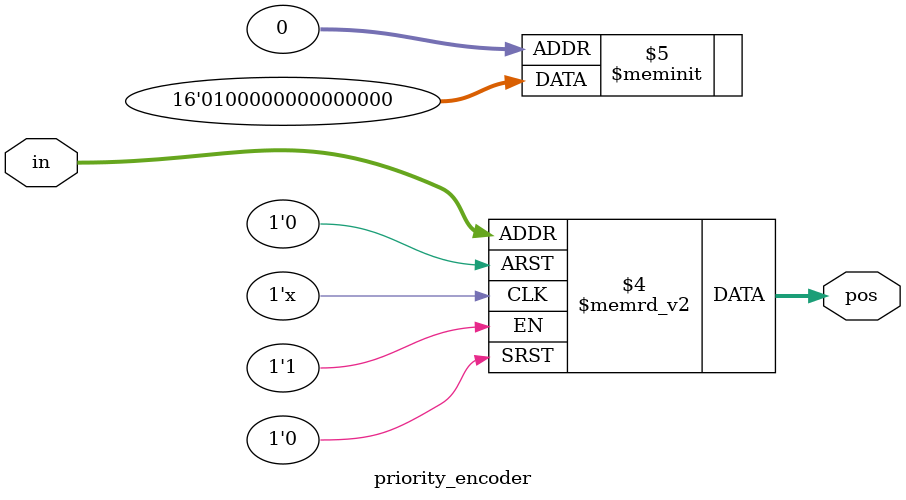
<source format=v>
module priority_encoder( 
input [2:0] in,
output reg [1:0] pos ); 
// When sel=1, assign b to out
always @(*)
begin 
	case(in) 
	3'b000: pos = 2'd0;
	3'b001: pos = 2'd0;
	3'b010: pos = 2'd0;
	3'b011: pos = 2'd0;
	3'b100: pos = 2'd0;
	3'b101: pos = 2'd0;
	3'b110: pos = 2'd0;
	3'b111: pos = 2'd1; 
	default: pos = 2'd0;
	endcase
end
endmodule

</source>
